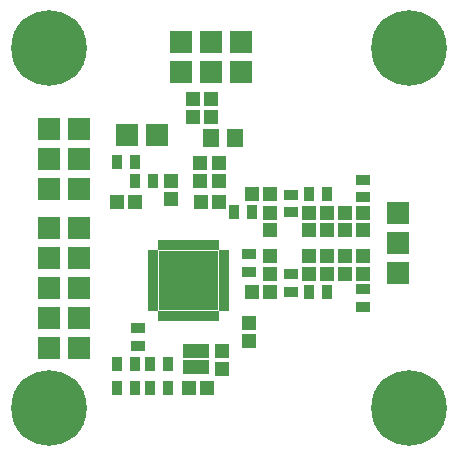
<source format=gbr>
G04 #@! TF.FileFunction,Soldermask,Bot*
%FSLAX46Y46*%
G04 Gerber Fmt 4.6, Leading zero omitted, Abs format (unit mm)*
G04 Created by KiCad (PCBNEW 4.0.4-stable) date 06/14/17 14:20:26*
%MOMM*%
%LPD*%
G01*
G04 APERTURE LIST*
%ADD10C,0.100000*%
%ADD11R,1.150000X1.200000*%
%ADD12R,1.200000X1.150000*%
%ADD13R,0.900000X1.300000*%
%ADD14R,1.300000X0.900000*%
%ADD15R,0.900000X0.700000*%
%ADD16R,0.700000X0.900000*%
%ADD17R,1.550000X1.550000*%
%ADD18R,1.150000X1.250000*%
%ADD19R,1.924000X1.924000*%
%ADD20C,6.400000*%
%ADD21R,1.400000X1.650000*%
G04 APERTURE END LIST*
D10*
D11*
X132270500Y-112819598D03*
X132270500Y-114319598D03*
X136334500Y-112795598D03*
X136334500Y-111295598D03*
D12*
X129210500Y-114585598D03*
X127710500Y-114585598D03*
D11*
X138899900Y-124840300D03*
X138899900Y-126340300D03*
X134721600Y-112795598D03*
X134721600Y-111295598D03*
D12*
X134822500Y-114585598D03*
X136322500Y-114585598D03*
D11*
X140652500Y-115511998D03*
X140652500Y-117011998D03*
X140652500Y-119169598D03*
X140652500Y-120669598D03*
D12*
X145466500Y-115525398D03*
X143966500Y-115525398D03*
X145466500Y-120681598D03*
X143966500Y-120681598D03*
D11*
X148526500Y-115511998D03*
X148526500Y-117011998D03*
X148526500Y-119169598D03*
X148526500Y-120669598D03*
D12*
X140640500Y-113975998D03*
X139140500Y-113975998D03*
X140640500Y-122205598D03*
X139140500Y-122205598D03*
D13*
X137616500Y-115499998D03*
X139116500Y-115499998D03*
D14*
X138874500Y-119042598D03*
X138874500Y-120542598D03*
X142430500Y-113987998D03*
X142430500Y-115487998D03*
X142430500Y-120693598D03*
X142430500Y-122193598D03*
D13*
X130722500Y-112807598D03*
X129222500Y-112807598D03*
X127710500Y-130333598D03*
X129210500Y-130333598D03*
D14*
X129476500Y-125265598D03*
X129476500Y-126765598D03*
D15*
X130730300Y-123512998D03*
X130730300Y-123012998D03*
X130730300Y-122512998D03*
X130730300Y-122012998D03*
X130730300Y-121512998D03*
X130730300Y-121012998D03*
X130730300Y-120512998D03*
X130730300Y-120012998D03*
X130730300Y-119512998D03*
X130730300Y-119012998D03*
D16*
X131480300Y-118262998D03*
X131980300Y-118262998D03*
X132480300Y-118262998D03*
X132980300Y-118262998D03*
X133480300Y-118262998D03*
X133980300Y-118262998D03*
X134480300Y-118262998D03*
X134980300Y-118262998D03*
X135480300Y-118262998D03*
X135980300Y-118262998D03*
D15*
X136730300Y-119012998D03*
X136730300Y-119512998D03*
X136730300Y-120012998D03*
X136730300Y-120512998D03*
X136730300Y-121012998D03*
X136730300Y-121512998D03*
X136730300Y-122012998D03*
X136730300Y-122512998D03*
X136730300Y-123012998D03*
X136730300Y-123512998D03*
D16*
X135980300Y-124262998D03*
X135480300Y-124262998D03*
X134980300Y-124262998D03*
X134480300Y-124262998D03*
X133980300Y-124262998D03*
X133480300Y-124262998D03*
X132980300Y-124262998D03*
X132480300Y-124262998D03*
X131980300Y-124262998D03*
X131480300Y-124262998D03*
D17*
X135455300Y-119537998D03*
X135455300Y-120687998D03*
X135455300Y-121837998D03*
X135455300Y-122987998D03*
X134305300Y-119537998D03*
X134305300Y-120687998D03*
X134305300Y-121837998D03*
X134305300Y-122987998D03*
X133155300Y-119537998D03*
X133155300Y-120687998D03*
X133155300Y-121837998D03*
X133155300Y-122987998D03*
X132005300Y-119537998D03*
X132005300Y-120687998D03*
X132005300Y-121837998D03*
X132005300Y-122987998D03*
D18*
X134914500Y-127228598D03*
X134914500Y-128578598D03*
X133864500Y-128578598D03*
X133864500Y-127228598D03*
D11*
X147002500Y-115511998D03*
X147002500Y-117011998D03*
X147002500Y-119169598D03*
X147002500Y-120669598D03*
D12*
X145466500Y-117023998D03*
X143966500Y-117023998D03*
X145466500Y-119182998D03*
X143966500Y-119182998D03*
D11*
X136601200Y-127227900D03*
X136601200Y-128727900D03*
D12*
X133806500Y-130340100D03*
X135306500Y-130340100D03*
D13*
X132004500Y-130333598D03*
X130504500Y-130333598D03*
X132004500Y-128301598D03*
X130504500Y-128301598D03*
X127710500Y-128301598D03*
X129210500Y-128301598D03*
X145454500Y-113975998D03*
X143954500Y-113975998D03*
X145466500Y-122205598D03*
X143966500Y-122205598D03*
D14*
X148526500Y-112717998D03*
X148526500Y-114217998D03*
X148526500Y-123463598D03*
X148526500Y-121963598D03*
D19*
X133096000Y-103632000D03*
X133096000Y-101092000D03*
X135636000Y-103632000D03*
X135636000Y-101092000D03*
X138176000Y-103632000D03*
X138176000Y-101092000D03*
D20*
X121920000Y-101600000D03*
X152400000Y-101600000D03*
X121920000Y-132080000D03*
X152400000Y-132080000D03*
D19*
X151523700Y-120650000D03*
X151523700Y-118110000D03*
X151523700Y-115570000D03*
D21*
X135652000Y-109220000D03*
X137652000Y-109220000D03*
D12*
X135624000Y-105918000D03*
X134124000Y-105918000D03*
X135624000Y-107442000D03*
X134124000Y-107442000D03*
D19*
X128524000Y-108966000D03*
X131064000Y-108966000D03*
X121920000Y-116840000D03*
X124460000Y-116840000D03*
X121920000Y-119380000D03*
X124460000Y-119380000D03*
X121920000Y-121920000D03*
X124460000Y-121920000D03*
X121920000Y-124460000D03*
X124460000Y-124460000D03*
X121920000Y-127000000D03*
X124460000Y-127000000D03*
X121920000Y-108458000D03*
X124460000Y-108458000D03*
X121920000Y-110998000D03*
X124460000Y-110998000D03*
X121920000Y-113538000D03*
X124460000Y-113538000D03*
D13*
X127735200Y-111201200D03*
X129235200Y-111201200D03*
M02*

</source>
